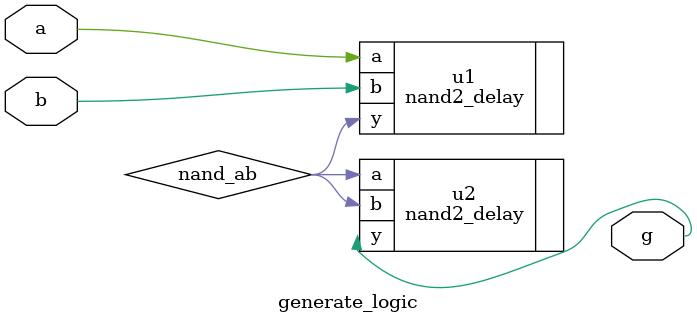
<source format=sv>
module generate_logic (
    input  logic a,
    input  logic b,
    output logic g
);
  logic nand_ab;

  nand2_delay u1(
    .a(a),
    .b(b),
    .y(nand_ab)
  );

  nand2_delay  u2(
    .a(nand_ab),
    .b(nand_ab),
    .y(g)
    );

endmodule

</source>
